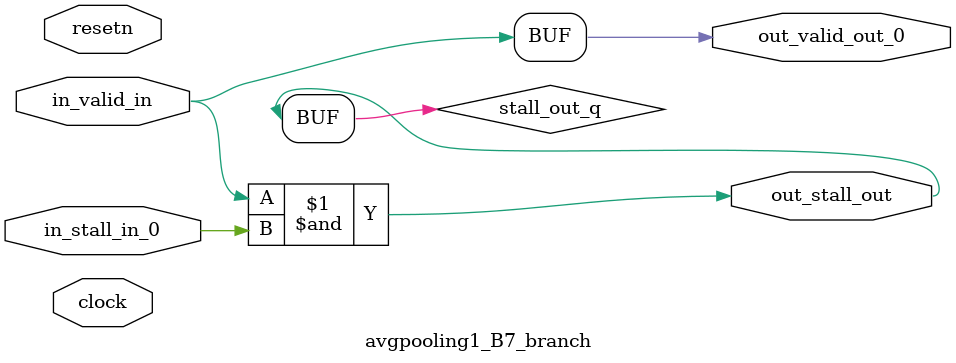
<source format=sv>



(* altera_attribute = "-name AUTO_SHIFT_REGISTER_RECOGNITION OFF; -name MESSAGE_DISABLE 10036; -name MESSAGE_DISABLE 10037; -name MESSAGE_DISABLE 14130; -name MESSAGE_DISABLE 14320; -name MESSAGE_DISABLE 15400; -name MESSAGE_DISABLE 14130; -name MESSAGE_DISABLE 10036; -name MESSAGE_DISABLE 12020; -name MESSAGE_DISABLE 12030; -name MESSAGE_DISABLE 12010; -name MESSAGE_DISABLE 12110; -name MESSAGE_DISABLE 14320; -name MESSAGE_DISABLE 13410; -name MESSAGE_DISABLE 113007; -name MESSAGE_DISABLE 10958" *)
module avgpooling1_B7_branch (
    input wire [0:0] in_stall_in_0,
    input wire [0:0] in_valid_in,
    output wire [0:0] out_stall_out,
    output wire [0:0] out_valid_out_0,
    input wire clock,
    input wire resetn
    );

    wire [0:0] stall_out_q;


    // stall_out(LOGICAL,6)
    assign stall_out_q = in_valid_in & in_stall_in_0;

    // out_stall_out(GPOUT,4)
    assign out_stall_out = stall_out_q;

    // out_valid_out_0(GPOUT,5)
    assign out_valid_out_0 = in_valid_in;

endmodule

</source>
